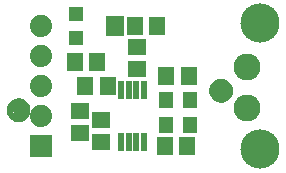
<source format=gbr>
G04 EAGLE Gerber RS-274X export*
G75*
%MOMM*%
%FSLAX34Y34*%
%LPD*%
%INSoldermask Top*%
%IPPOS*%
%AMOC8*
5,1,8,0,0,1.08239X$1,22.5*%
G01*
%ADD10R,0.550000X1.600000*%
%ADD11R,1.401600X1.601600*%
%ADD12R,1.601600X1.401600*%
%ADD13C,1.101600*%
%ADD14C,0.500000*%
%ADD15R,1.301600X1.401600*%
%ADD16R,1.879600X1.879600*%
%ADD17C,1.879600*%
%ADD18C,2.286000*%
%ADD19R,1.601600X1.701600*%
%ADD20R,1.301600X1.301600*%
%ADD21C,3.317600*%


D10*
X117700Y28800D03*
X111200Y28800D03*
X104700Y28800D03*
X98200Y28800D03*
X117700Y72800D03*
X111200Y72800D03*
X104700Y72800D03*
X98200Y72800D03*
D11*
X67970Y76200D03*
X86970Y76200D03*
X128880Y127000D03*
X109880Y127000D03*
X78080Y96520D03*
X59080Y96520D03*
D12*
X81280Y28600D03*
X81280Y47600D03*
D13*
X182880Y72390D03*
D14*
X182880Y79890D02*
X182699Y79888D01*
X182518Y79881D01*
X182337Y79870D01*
X182156Y79855D01*
X181976Y79835D01*
X181796Y79811D01*
X181617Y79783D01*
X181439Y79750D01*
X181262Y79713D01*
X181085Y79672D01*
X180910Y79627D01*
X180735Y79577D01*
X180562Y79523D01*
X180391Y79465D01*
X180220Y79403D01*
X180052Y79336D01*
X179885Y79266D01*
X179719Y79192D01*
X179556Y79113D01*
X179395Y79031D01*
X179235Y78945D01*
X179078Y78855D01*
X178923Y78761D01*
X178770Y78664D01*
X178620Y78562D01*
X178472Y78458D01*
X178326Y78349D01*
X178184Y78238D01*
X178044Y78122D01*
X177907Y78004D01*
X177772Y77882D01*
X177641Y77757D01*
X177513Y77629D01*
X177388Y77498D01*
X177266Y77363D01*
X177148Y77226D01*
X177032Y77086D01*
X176921Y76944D01*
X176812Y76798D01*
X176708Y76650D01*
X176606Y76500D01*
X176509Y76347D01*
X176415Y76192D01*
X176325Y76035D01*
X176239Y75875D01*
X176157Y75714D01*
X176078Y75551D01*
X176004Y75385D01*
X175934Y75218D01*
X175867Y75050D01*
X175805Y74879D01*
X175747Y74708D01*
X175693Y74535D01*
X175643Y74360D01*
X175598Y74185D01*
X175557Y74008D01*
X175520Y73831D01*
X175487Y73653D01*
X175459Y73474D01*
X175435Y73294D01*
X175415Y73114D01*
X175400Y72933D01*
X175389Y72752D01*
X175382Y72571D01*
X175380Y72390D01*
X182880Y79890D02*
X183061Y79888D01*
X183242Y79881D01*
X183423Y79870D01*
X183604Y79855D01*
X183784Y79835D01*
X183964Y79811D01*
X184143Y79783D01*
X184321Y79750D01*
X184498Y79713D01*
X184675Y79672D01*
X184850Y79627D01*
X185025Y79577D01*
X185198Y79523D01*
X185369Y79465D01*
X185540Y79403D01*
X185708Y79336D01*
X185875Y79266D01*
X186041Y79192D01*
X186204Y79113D01*
X186365Y79031D01*
X186525Y78945D01*
X186682Y78855D01*
X186837Y78761D01*
X186990Y78664D01*
X187140Y78562D01*
X187288Y78458D01*
X187434Y78349D01*
X187576Y78238D01*
X187716Y78122D01*
X187853Y78004D01*
X187988Y77882D01*
X188119Y77757D01*
X188247Y77629D01*
X188372Y77498D01*
X188494Y77363D01*
X188612Y77226D01*
X188728Y77086D01*
X188839Y76944D01*
X188948Y76798D01*
X189052Y76650D01*
X189154Y76500D01*
X189251Y76347D01*
X189345Y76192D01*
X189435Y76035D01*
X189521Y75875D01*
X189603Y75714D01*
X189682Y75551D01*
X189756Y75385D01*
X189826Y75218D01*
X189893Y75050D01*
X189955Y74879D01*
X190013Y74708D01*
X190067Y74535D01*
X190117Y74360D01*
X190162Y74185D01*
X190203Y74008D01*
X190240Y73831D01*
X190273Y73653D01*
X190301Y73474D01*
X190325Y73294D01*
X190345Y73114D01*
X190360Y72933D01*
X190371Y72752D01*
X190378Y72571D01*
X190380Y72390D01*
X190378Y72209D01*
X190371Y72028D01*
X190360Y71847D01*
X190345Y71666D01*
X190325Y71486D01*
X190301Y71306D01*
X190273Y71127D01*
X190240Y70949D01*
X190203Y70772D01*
X190162Y70595D01*
X190117Y70420D01*
X190067Y70245D01*
X190013Y70072D01*
X189955Y69901D01*
X189893Y69730D01*
X189826Y69562D01*
X189756Y69395D01*
X189682Y69229D01*
X189603Y69066D01*
X189521Y68905D01*
X189435Y68745D01*
X189345Y68588D01*
X189251Y68433D01*
X189154Y68280D01*
X189052Y68130D01*
X188948Y67982D01*
X188839Y67836D01*
X188728Y67694D01*
X188612Y67554D01*
X188494Y67417D01*
X188372Y67282D01*
X188247Y67151D01*
X188119Y67023D01*
X187988Y66898D01*
X187853Y66776D01*
X187716Y66658D01*
X187576Y66542D01*
X187434Y66431D01*
X187288Y66322D01*
X187140Y66218D01*
X186990Y66116D01*
X186837Y66019D01*
X186682Y65925D01*
X186525Y65835D01*
X186365Y65749D01*
X186204Y65667D01*
X186041Y65588D01*
X185875Y65514D01*
X185708Y65444D01*
X185540Y65377D01*
X185369Y65315D01*
X185198Y65257D01*
X185025Y65203D01*
X184850Y65153D01*
X184675Y65108D01*
X184498Y65067D01*
X184321Y65030D01*
X184143Y64997D01*
X183964Y64969D01*
X183784Y64945D01*
X183604Y64925D01*
X183423Y64910D01*
X183242Y64899D01*
X183061Y64892D01*
X182880Y64890D01*
X182699Y64892D01*
X182518Y64899D01*
X182337Y64910D01*
X182156Y64925D01*
X181976Y64945D01*
X181796Y64969D01*
X181617Y64997D01*
X181439Y65030D01*
X181262Y65067D01*
X181085Y65108D01*
X180910Y65153D01*
X180735Y65203D01*
X180562Y65257D01*
X180391Y65315D01*
X180220Y65377D01*
X180052Y65444D01*
X179885Y65514D01*
X179719Y65588D01*
X179556Y65667D01*
X179395Y65749D01*
X179235Y65835D01*
X179078Y65925D01*
X178923Y66019D01*
X178770Y66116D01*
X178620Y66218D01*
X178472Y66322D01*
X178326Y66431D01*
X178184Y66542D01*
X178044Y66658D01*
X177907Y66776D01*
X177772Y66898D01*
X177641Y67023D01*
X177513Y67151D01*
X177388Y67282D01*
X177266Y67417D01*
X177148Y67554D01*
X177032Y67694D01*
X176921Y67836D01*
X176812Y67982D01*
X176708Y68130D01*
X176606Y68280D01*
X176509Y68433D01*
X176415Y68588D01*
X176325Y68745D01*
X176239Y68905D01*
X176157Y69066D01*
X176078Y69229D01*
X176004Y69395D01*
X175934Y69562D01*
X175867Y69730D01*
X175805Y69901D01*
X175747Y70072D01*
X175693Y70245D01*
X175643Y70420D01*
X175598Y70595D01*
X175557Y70772D01*
X175520Y70949D01*
X175487Y71127D01*
X175459Y71306D01*
X175435Y71486D01*
X175415Y71666D01*
X175400Y71847D01*
X175389Y72028D01*
X175382Y72209D01*
X175380Y72390D01*
D13*
X11430Y55880D03*
D14*
X11430Y63380D02*
X11249Y63378D01*
X11068Y63371D01*
X10887Y63360D01*
X10706Y63345D01*
X10526Y63325D01*
X10346Y63301D01*
X10167Y63273D01*
X9989Y63240D01*
X9812Y63203D01*
X9635Y63162D01*
X9460Y63117D01*
X9285Y63067D01*
X9112Y63013D01*
X8941Y62955D01*
X8770Y62893D01*
X8602Y62826D01*
X8435Y62756D01*
X8269Y62682D01*
X8106Y62603D01*
X7945Y62521D01*
X7785Y62435D01*
X7628Y62345D01*
X7473Y62251D01*
X7320Y62154D01*
X7170Y62052D01*
X7022Y61948D01*
X6876Y61839D01*
X6734Y61728D01*
X6594Y61612D01*
X6457Y61494D01*
X6322Y61372D01*
X6191Y61247D01*
X6063Y61119D01*
X5938Y60988D01*
X5816Y60853D01*
X5698Y60716D01*
X5582Y60576D01*
X5471Y60434D01*
X5362Y60288D01*
X5258Y60140D01*
X5156Y59990D01*
X5059Y59837D01*
X4965Y59682D01*
X4875Y59525D01*
X4789Y59365D01*
X4707Y59204D01*
X4628Y59041D01*
X4554Y58875D01*
X4484Y58708D01*
X4417Y58540D01*
X4355Y58369D01*
X4297Y58198D01*
X4243Y58025D01*
X4193Y57850D01*
X4148Y57675D01*
X4107Y57498D01*
X4070Y57321D01*
X4037Y57143D01*
X4009Y56964D01*
X3985Y56784D01*
X3965Y56604D01*
X3950Y56423D01*
X3939Y56242D01*
X3932Y56061D01*
X3930Y55880D01*
X11430Y63380D02*
X11611Y63378D01*
X11792Y63371D01*
X11973Y63360D01*
X12154Y63345D01*
X12334Y63325D01*
X12514Y63301D01*
X12693Y63273D01*
X12871Y63240D01*
X13048Y63203D01*
X13225Y63162D01*
X13400Y63117D01*
X13575Y63067D01*
X13748Y63013D01*
X13919Y62955D01*
X14090Y62893D01*
X14258Y62826D01*
X14425Y62756D01*
X14591Y62682D01*
X14754Y62603D01*
X14915Y62521D01*
X15075Y62435D01*
X15232Y62345D01*
X15387Y62251D01*
X15540Y62154D01*
X15690Y62052D01*
X15838Y61948D01*
X15984Y61839D01*
X16126Y61728D01*
X16266Y61612D01*
X16403Y61494D01*
X16538Y61372D01*
X16669Y61247D01*
X16797Y61119D01*
X16922Y60988D01*
X17044Y60853D01*
X17162Y60716D01*
X17278Y60576D01*
X17389Y60434D01*
X17498Y60288D01*
X17602Y60140D01*
X17704Y59990D01*
X17801Y59837D01*
X17895Y59682D01*
X17985Y59525D01*
X18071Y59365D01*
X18153Y59204D01*
X18232Y59041D01*
X18306Y58875D01*
X18376Y58708D01*
X18443Y58540D01*
X18505Y58369D01*
X18563Y58198D01*
X18617Y58025D01*
X18667Y57850D01*
X18712Y57675D01*
X18753Y57498D01*
X18790Y57321D01*
X18823Y57143D01*
X18851Y56964D01*
X18875Y56784D01*
X18895Y56604D01*
X18910Y56423D01*
X18921Y56242D01*
X18928Y56061D01*
X18930Y55880D01*
X18928Y55699D01*
X18921Y55518D01*
X18910Y55337D01*
X18895Y55156D01*
X18875Y54976D01*
X18851Y54796D01*
X18823Y54617D01*
X18790Y54439D01*
X18753Y54262D01*
X18712Y54085D01*
X18667Y53910D01*
X18617Y53735D01*
X18563Y53562D01*
X18505Y53391D01*
X18443Y53220D01*
X18376Y53052D01*
X18306Y52885D01*
X18232Y52719D01*
X18153Y52556D01*
X18071Y52395D01*
X17985Y52235D01*
X17895Y52078D01*
X17801Y51923D01*
X17704Y51770D01*
X17602Y51620D01*
X17498Y51472D01*
X17389Y51326D01*
X17278Y51184D01*
X17162Y51044D01*
X17044Y50907D01*
X16922Y50772D01*
X16797Y50641D01*
X16669Y50513D01*
X16538Y50388D01*
X16403Y50266D01*
X16266Y50148D01*
X16126Y50032D01*
X15984Y49921D01*
X15838Y49812D01*
X15690Y49708D01*
X15540Y49606D01*
X15387Y49509D01*
X15232Y49415D01*
X15075Y49325D01*
X14915Y49239D01*
X14754Y49157D01*
X14591Y49078D01*
X14425Y49004D01*
X14258Y48934D01*
X14090Y48867D01*
X13919Y48805D01*
X13748Y48747D01*
X13575Y48693D01*
X13400Y48643D01*
X13225Y48598D01*
X13048Y48557D01*
X12871Y48520D01*
X12693Y48487D01*
X12514Y48459D01*
X12334Y48435D01*
X12154Y48415D01*
X11973Y48400D01*
X11792Y48389D01*
X11611Y48382D01*
X11430Y48380D01*
X11249Y48382D01*
X11068Y48389D01*
X10887Y48400D01*
X10706Y48415D01*
X10526Y48435D01*
X10346Y48459D01*
X10167Y48487D01*
X9989Y48520D01*
X9812Y48557D01*
X9635Y48598D01*
X9460Y48643D01*
X9285Y48693D01*
X9112Y48747D01*
X8941Y48805D01*
X8770Y48867D01*
X8602Y48934D01*
X8435Y49004D01*
X8269Y49078D01*
X8106Y49157D01*
X7945Y49239D01*
X7785Y49325D01*
X7628Y49415D01*
X7473Y49509D01*
X7320Y49606D01*
X7170Y49708D01*
X7022Y49812D01*
X6876Y49921D01*
X6734Y50032D01*
X6594Y50148D01*
X6457Y50266D01*
X6322Y50388D01*
X6191Y50513D01*
X6063Y50641D01*
X5938Y50772D01*
X5816Y50907D01*
X5698Y51044D01*
X5582Y51184D01*
X5471Y51326D01*
X5362Y51472D01*
X5258Y51620D01*
X5156Y51770D01*
X5059Y51923D01*
X4965Y52078D01*
X4875Y52235D01*
X4789Y52395D01*
X4707Y52556D01*
X4628Y52719D01*
X4554Y52885D01*
X4484Y53052D01*
X4417Y53220D01*
X4355Y53391D01*
X4297Y53562D01*
X4243Y53735D01*
X4193Y53910D01*
X4148Y54085D01*
X4107Y54262D01*
X4070Y54439D01*
X4037Y54617D01*
X4009Y54796D01*
X3985Y54976D01*
X3965Y55156D01*
X3950Y55337D01*
X3939Y55518D01*
X3932Y55699D01*
X3930Y55880D01*
D15*
X135890Y64770D03*
X156210Y64770D03*
X135890Y43180D03*
X156210Y43180D03*
D11*
X154280Y25400D03*
X135280Y25400D03*
X155550Y85090D03*
X136550Y85090D03*
D16*
X30480Y25400D03*
D17*
X30480Y50800D03*
X30480Y76200D03*
X30480Y101600D03*
X30480Y127000D03*
D18*
X204470Y92930D03*
X204470Y57930D03*
D19*
X92700Y127000D03*
D20*
X60200Y137000D03*
X60200Y117000D03*
D12*
X111760Y109830D03*
X111760Y90830D03*
X63500Y36220D03*
X63500Y55220D03*
D21*
X215900Y129540D03*
X215900Y22860D03*
M02*

</source>
